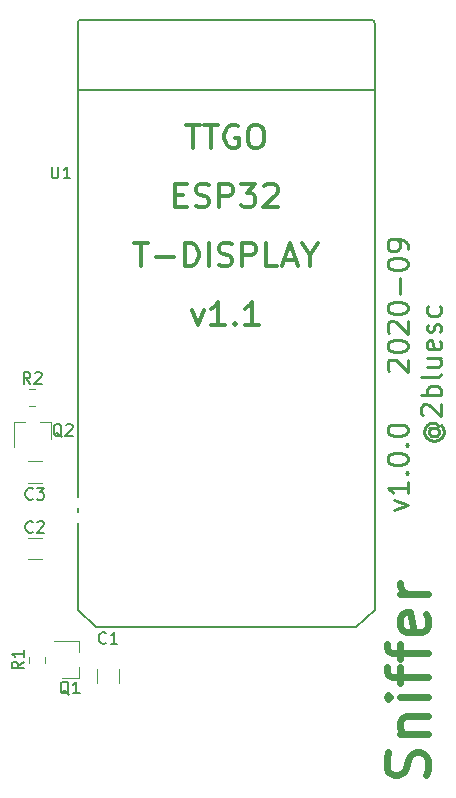
<source format=gbr>
%TF.GenerationSoftware,KiCad,Pcbnew,5.1.6*%
%TF.CreationDate,2020-09-04T21:44:15-07:00*%
%TF.ProjectId,sniffer,736e6966-6665-4722-9e6b-696361645f70,rev?*%
%TF.SameCoordinates,Original*%
%TF.FileFunction,Legend,Top*%
%TF.FilePolarity,Positive*%
%FSLAX46Y46*%
G04 Gerber Fmt 4.6, Leading zero omitted, Abs format (unit mm)*
G04 Created by KiCad (PCBNEW 5.1.6) date 2020-09-04 21:44:15*
%MOMM*%
%LPD*%
G01*
G04 APERTURE LIST*
%ADD10C,0.250000*%
%ADD11C,0.600000*%
%ADD12C,0.150000*%
%ADD13C,0.120000*%
%ADD14C,0.300000*%
%ADD15C,2.300000*%
%ADD16O,1.800000X1.800000*%
%ADD17R,1.800000X1.800000*%
%ADD18O,1.100000X1.100000*%
%ADD19R,1.100000X1.100000*%
%ADD20C,1.800000*%
%ADD21R,1.000000X0.900000*%
%ADD22R,0.900000X1.000000*%
G04 APERTURE END LIST*
D10*
X134235714Y-71495238D02*
X135369047Y-71090476D01*
X134235714Y-70685714D01*
X135369047Y-69147619D02*
X135369047Y-70119047D01*
X135369047Y-69633333D02*
X133669047Y-69633333D01*
X133911904Y-69795238D01*
X134073809Y-69957142D01*
X134154761Y-70119047D01*
X135207142Y-68419047D02*
X135288095Y-68338095D01*
X135369047Y-68419047D01*
X135288095Y-68500000D01*
X135207142Y-68419047D01*
X135369047Y-68419047D01*
X133669047Y-67285714D02*
X133669047Y-67123809D01*
X133750000Y-66961904D01*
X133830952Y-66880952D01*
X133992857Y-66800000D01*
X134316666Y-66719047D01*
X134721428Y-66719047D01*
X135045238Y-66800000D01*
X135207142Y-66880952D01*
X135288095Y-66961904D01*
X135369047Y-67123809D01*
X135369047Y-67285714D01*
X135288095Y-67447619D01*
X135207142Y-67528571D01*
X135045238Y-67609523D01*
X134721428Y-67690476D01*
X134316666Y-67690476D01*
X133992857Y-67609523D01*
X133830952Y-67528571D01*
X133750000Y-67447619D01*
X133669047Y-67285714D01*
X135207142Y-65990476D02*
X135288095Y-65909523D01*
X135369047Y-65990476D01*
X135288095Y-66071428D01*
X135207142Y-65990476D01*
X135369047Y-65990476D01*
X133669047Y-64857142D02*
X133669047Y-64695238D01*
X133750000Y-64533333D01*
X133830952Y-64452380D01*
X133992857Y-64371428D01*
X134316666Y-64290476D01*
X134721428Y-64290476D01*
X135045238Y-64371428D01*
X135207142Y-64452380D01*
X135288095Y-64533333D01*
X135369047Y-64695238D01*
X135369047Y-64857142D01*
X135288095Y-65019047D01*
X135207142Y-65100000D01*
X135045238Y-65180952D01*
X134721428Y-65261904D01*
X134316666Y-65261904D01*
X133992857Y-65180952D01*
X133830952Y-65100000D01*
X133750000Y-65019047D01*
X133669047Y-64857142D01*
X133830952Y-59757142D02*
X133750000Y-59676190D01*
X133669047Y-59514285D01*
X133669047Y-59109523D01*
X133750000Y-58947619D01*
X133830952Y-58866666D01*
X133992857Y-58785714D01*
X134154761Y-58785714D01*
X134397619Y-58866666D01*
X135369047Y-59838095D01*
X135369047Y-58785714D01*
X133669047Y-57733333D02*
X133669047Y-57571428D01*
X133750000Y-57409523D01*
X133830952Y-57328571D01*
X133992857Y-57247619D01*
X134316666Y-57166666D01*
X134721428Y-57166666D01*
X135045238Y-57247619D01*
X135207142Y-57328571D01*
X135288095Y-57409523D01*
X135369047Y-57571428D01*
X135369047Y-57733333D01*
X135288095Y-57895238D01*
X135207142Y-57976190D01*
X135045238Y-58057142D01*
X134721428Y-58138095D01*
X134316666Y-58138095D01*
X133992857Y-58057142D01*
X133830952Y-57976190D01*
X133750000Y-57895238D01*
X133669047Y-57733333D01*
X133830952Y-56519047D02*
X133750000Y-56438095D01*
X133669047Y-56276190D01*
X133669047Y-55871428D01*
X133750000Y-55709523D01*
X133830952Y-55628571D01*
X133992857Y-55547619D01*
X134154761Y-55547619D01*
X134397619Y-55628571D01*
X135369047Y-56600000D01*
X135369047Y-55547619D01*
X133669047Y-54495238D02*
X133669047Y-54333333D01*
X133750000Y-54171428D01*
X133830952Y-54090476D01*
X133992857Y-54009523D01*
X134316666Y-53928571D01*
X134721428Y-53928571D01*
X135045238Y-54009523D01*
X135207142Y-54090476D01*
X135288095Y-54171428D01*
X135369047Y-54333333D01*
X135369047Y-54495238D01*
X135288095Y-54657142D01*
X135207142Y-54738095D01*
X135045238Y-54819047D01*
X134721428Y-54900000D01*
X134316666Y-54900000D01*
X133992857Y-54819047D01*
X133830952Y-54738095D01*
X133750000Y-54657142D01*
X133669047Y-54495238D01*
X134721428Y-53200000D02*
X134721428Y-51904761D01*
X133669047Y-50771428D02*
X133669047Y-50609523D01*
X133750000Y-50447619D01*
X133830952Y-50366666D01*
X133992857Y-50285714D01*
X134316666Y-50204761D01*
X134721428Y-50204761D01*
X135045238Y-50285714D01*
X135207142Y-50366666D01*
X135288095Y-50447619D01*
X135369047Y-50609523D01*
X135369047Y-50771428D01*
X135288095Y-50933333D01*
X135207142Y-51014285D01*
X135045238Y-51095238D01*
X134721428Y-51176190D01*
X134316666Y-51176190D01*
X133992857Y-51095238D01*
X133830952Y-51014285D01*
X133750000Y-50933333D01*
X133669047Y-50771428D01*
X135369047Y-49395238D02*
X135369047Y-49071428D01*
X135288095Y-48909523D01*
X135207142Y-48828571D01*
X134964285Y-48666666D01*
X134640476Y-48585714D01*
X133992857Y-48585714D01*
X133830952Y-48666666D01*
X133750000Y-48747619D01*
X133669047Y-48909523D01*
X133669047Y-49233333D01*
X133750000Y-49395238D01*
X133830952Y-49476190D01*
X133992857Y-49557142D01*
X134397619Y-49557142D01*
X134559523Y-49476190D01*
X134640476Y-49395238D01*
X134721428Y-49233333D01*
X134721428Y-48909523D01*
X134640476Y-48747619D01*
X134559523Y-48666666D01*
X134397619Y-48585714D01*
X137359523Y-64573809D02*
X137278571Y-64654761D01*
X137197619Y-64816666D01*
X137197619Y-64978571D01*
X137278571Y-65140476D01*
X137359523Y-65221428D01*
X137521428Y-65302380D01*
X137683333Y-65302380D01*
X137845238Y-65221428D01*
X137926190Y-65140476D01*
X138007142Y-64978571D01*
X138007142Y-64816666D01*
X137926190Y-64654761D01*
X137845238Y-64573809D01*
X137197619Y-64573809D02*
X137845238Y-64573809D01*
X137926190Y-64492857D01*
X137926190Y-64411904D01*
X137845238Y-64250000D01*
X137683333Y-64169047D01*
X137278571Y-64169047D01*
X137035714Y-64330952D01*
X136873809Y-64573809D01*
X136792857Y-64897619D01*
X136873809Y-65221428D01*
X137035714Y-65464285D01*
X137278571Y-65626190D01*
X137602380Y-65707142D01*
X137926190Y-65626190D01*
X138169047Y-65464285D01*
X138330952Y-65221428D01*
X138411904Y-64897619D01*
X138330952Y-64573809D01*
X138169047Y-64330952D01*
X136630952Y-63521428D02*
X136550000Y-63440476D01*
X136469047Y-63278571D01*
X136469047Y-62873809D01*
X136550000Y-62711904D01*
X136630952Y-62630952D01*
X136792857Y-62550000D01*
X136954761Y-62550000D01*
X137197619Y-62630952D01*
X138169047Y-63602380D01*
X138169047Y-62550000D01*
X138169047Y-61821428D02*
X136469047Y-61821428D01*
X137116666Y-61821428D02*
X137035714Y-61659523D01*
X137035714Y-61335714D01*
X137116666Y-61173809D01*
X137197619Y-61092857D01*
X137359523Y-61011904D01*
X137845238Y-61011904D01*
X138007142Y-61092857D01*
X138088095Y-61173809D01*
X138169047Y-61335714D01*
X138169047Y-61659523D01*
X138088095Y-61821428D01*
X138169047Y-60040476D02*
X138088095Y-60202380D01*
X137926190Y-60283333D01*
X136469047Y-60283333D01*
X137035714Y-58664285D02*
X138169047Y-58664285D01*
X137035714Y-59392857D02*
X137926190Y-59392857D01*
X138088095Y-59311904D01*
X138169047Y-59150000D01*
X138169047Y-58907142D01*
X138088095Y-58745238D01*
X138007142Y-58664285D01*
X138088095Y-57207142D02*
X138169047Y-57369047D01*
X138169047Y-57692857D01*
X138088095Y-57854761D01*
X137926190Y-57935714D01*
X137278571Y-57935714D01*
X137116666Y-57854761D01*
X137035714Y-57692857D01*
X137035714Y-57369047D01*
X137116666Y-57207142D01*
X137278571Y-57126190D01*
X137440476Y-57126190D01*
X137602380Y-57935714D01*
X138088095Y-56478571D02*
X138169047Y-56316666D01*
X138169047Y-55992857D01*
X138088095Y-55830952D01*
X137926190Y-55750000D01*
X137845238Y-55750000D01*
X137683333Y-55830952D01*
X137602380Y-55992857D01*
X137602380Y-56235714D01*
X137521428Y-56397619D01*
X137359523Y-56478571D01*
X137278571Y-56478571D01*
X137116666Y-56397619D01*
X137035714Y-56235714D01*
X137035714Y-55992857D01*
X137116666Y-55830952D01*
X138088095Y-54292857D02*
X138169047Y-54454761D01*
X138169047Y-54778571D01*
X138088095Y-54940476D01*
X138007142Y-55021428D01*
X137845238Y-55102380D01*
X137359523Y-55102380D01*
X137197619Y-55021428D01*
X137116666Y-54940476D01*
X137035714Y-54778571D01*
X137035714Y-54454761D01*
X137116666Y-54292857D01*
D11*
X136916666Y-93999999D02*
X137083333Y-93499999D01*
X137083333Y-92666666D01*
X136916666Y-92333333D01*
X136750000Y-92166666D01*
X136416666Y-91999999D01*
X136083333Y-91999999D01*
X135750000Y-92166666D01*
X135583333Y-92333333D01*
X135416666Y-92666666D01*
X135250000Y-93333333D01*
X135083333Y-93666666D01*
X134916666Y-93833333D01*
X134583333Y-93999999D01*
X134250000Y-93999999D01*
X133916666Y-93833333D01*
X133750000Y-93666666D01*
X133583333Y-93333333D01*
X133583333Y-92499999D01*
X133750000Y-91999999D01*
X134750000Y-90499999D02*
X137083333Y-90499999D01*
X135083333Y-90499999D02*
X134916666Y-90333333D01*
X134750000Y-89999999D01*
X134750000Y-89499999D01*
X134916666Y-89166666D01*
X135250000Y-88999999D01*
X137083333Y-88999999D01*
X137083333Y-87333333D02*
X134750000Y-87333333D01*
X133583333Y-87333333D02*
X133750000Y-87499999D01*
X133916666Y-87333333D01*
X133750000Y-87166666D01*
X133583333Y-87333333D01*
X133916666Y-87333333D01*
X134750000Y-86166666D02*
X134750000Y-84833333D01*
X137083333Y-85666666D02*
X134083333Y-85666666D01*
X133750000Y-85500000D01*
X133583333Y-85166666D01*
X133583333Y-84833333D01*
X134750000Y-84166666D02*
X134750000Y-82833333D01*
X137083333Y-83666666D02*
X134083333Y-83666666D01*
X133750000Y-83500000D01*
X133583333Y-83166666D01*
X133583333Y-82833333D01*
X136916666Y-80333333D02*
X137083333Y-80666666D01*
X137083333Y-81333333D01*
X136916666Y-81666666D01*
X136583333Y-81833333D01*
X135250000Y-81833333D01*
X134916666Y-81666666D01*
X134750000Y-81333333D01*
X134750000Y-80666666D01*
X134916666Y-80333333D01*
X135250000Y-80166666D01*
X135583333Y-80166666D01*
X135916666Y-81833333D01*
X137083333Y-78666666D02*
X134750000Y-78666666D01*
X135416666Y-78666666D02*
X135083333Y-78500000D01*
X134916666Y-78333333D01*
X134750000Y-78000000D01*
X134750000Y-77666666D01*
D12*
%TO.C,U1*%
X131000000Y-81394000D02*
X132575000Y-80000000D01*
X107425000Y-80000000D02*
X109000000Y-81394000D01*
X107425000Y-36000000D02*
X132575000Y-36000000D01*
X107725000Y-30000000D02*
X132275000Y-30000000D01*
X132575000Y-80000000D02*
X132575000Y-30300000D01*
X107425000Y-80000000D02*
X107425000Y-30300000D01*
X109000000Y-81394000D02*
X131000000Y-81394000D01*
X132275000Y-30000000D02*
G75*
G02*
X132575000Y-30300000I0J-300000D01*
G01*
X107425000Y-30300000D02*
G75*
G02*
X107725000Y-30000000I300000J0D01*
G01*
D13*
%TO.C,C1*%
X109090000Y-84997936D02*
X109090000Y-86202064D01*
X110910000Y-84997936D02*
X110910000Y-86202064D01*
%TO.C,C2*%
X103197936Y-75710000D02*
X104402064Y-75710000D01*
X103197936Y-73890000D02*
X104402064Y-73890000D01*
%TO.C,C3*%
X103197936Y-69210000D02*
X104402064Y-69210000D01*
X103197936Y-67390000D02*
X104402064Y-67390000D01*
%TO.C,Q1*%
X107560000Y-85780000D02*
X106100000Y-85780000D01*
X107560000Y-82620000D02*
X105400000Y-82620000D01*
X107560000Y-82620000D02*
X107560000Y-83550000D01*
X107560000Y-85780000D02*
X107560000Y-84850000D01*
%TO.C,Q2*%
X105180000Y-64040000D02*
X105180000Y-65500000D01*
X102020000Y-64040000D02*
X102020000Y-66200000D01*
X102020000Y-64040000D02*
X102950000Y-64040000D01*
X105180000Y-64040000D02*
X104250000Y-64040000D01*
%TO.C,R1*%
X103290000Y-83938748D02*
X103290000Y-84461252D01*
X104710000Y-83938748D02*
X104710000Y-84461252D01*
%TO.C,R2*%
X103338748Y-62710000D02*
X103861252Y-62710000D01*
X103338748Y-61290000D02*
X103861252Y-61290000D01*
%TO.C,U1*%
D12*
X105238095Y-42452380D02*
X105238095Y-43261904D01*
X105285714Y-43357142D01*
X105333333Y-43404761D01*
X105428571Y-43452380D01*
X105619047Y-43452380D01*
X105714285Y-43404761D01*
X105761904Y-43357142D01*
X105809523Y-43261904D01*
X105809523Y-42452380D01*
X106809523Y-43452380D02*
X106238095Y-43452380D01*
X106523809Y-43452380D02*
X106523809Y-42452380D01*
X106428571Y-42595238D01*
X106333333Y-42690476D01*
X106238095Y-42738095D01*
D14*
X116619047Y-38904761D02*
X117761904Y-38904761D01*
X117190476Y-40904761D02*
X117190476Y-38904761D01*
X118142857Y-38904761D02*
X119285714Y-38904761D01*
X118714285Y-40904761D02*
X118714285Y-38904761D01*
X121000000Y-39000000D02*
X120809523Y-38904761D01*
X120523809Y-38904761D01*
X120238095Y-39000000D01*
X120047619Y-39190476D01*
X119952380Y-39380952D01*
X119857142Y-39761904D01*
X119857142Y-40047619D01*
X119952380Y-40428571D01*
X120047619Y-40619047D01*
X120238095Y-40809523D01*
X120523809Y-40904761D01*
X120714285Y-40904761D01*
X121000000Y-40809523D01*
X121095238Y-40714285D01*
X121095238Y-40047619D01*
X120714285Y-40047619D01*
X122333333Y-38904761D02*
X122714285Y-38904761D01*
X122904761Y-39000000D01*
X123095238Y-39190476D01*
X123190476Y-39571428D01*
X123190476Y-40238095D01*
X123095238Y-40619047D01*
X122904761Y-40809523D01*
X122714285Y-40904761D01*
X122333333Y-40904761D01*
X122142857Y-40809523D01*
X121952380Y-40619047D01*
X121857142Y-40238095D01*
X121857142Y-39571428D01*
X121952380Y-39190476D01*
X122142857Y-39000000D01*
X122333333Y-38904761D01*
X112238095Y-48904761D02*
X113380952Y-48904761D01*
X112809523Y-50904761D02*
X112809523Y-48904761D01*
X114047619Y-50142857D02*
X115571428Y-50142857D01*
X116523809Y-50904761D02*
X116523809Y-48904761D01*
X117000000Y-48904761D01*
X117285714Y-49000000D01*
X117476190Y-49190476D01*
X117571428Y-49380952D01*
X117666666Y-49761904D01*
X117666666Y-50047619D01*
X117571428Y-50428571D01*
X117476190Y-50619047D01*
X117285714Y-50809523D01*
X117000000Y-50904761D01*
X116523809Y-50904761D01*
X118523809Y-50904761D02*
X118523809Y-48904761D01*
X119380952Y-50809523D02*
X119666666Y-50904761D01*
X120142857Y-50904761D01*
X120333333Y-50809523D01*
X120428571Y-50714285D01*
X120523809Y-50523809D01*
X120523809Y-50333333D01*
X120428571Y-50142857D01*
X120333333Y-50047619D01*
X120142857Y-49952380D01*
X119761904Y-49857142D01*
X119571428Y-49761904D01*
X119476190Y-49666666D01*
X119380952Y-49476190D01*
X119380952Y-49285714D01*
X119476190Y-49095238D01*
X119571428Y-49000000D01*
X119761904Y-48904761D01*
X120238095Y-48904761D01*
X120523809Y-49000000D01*
X121380952Y-50904761D02*
X121380952Y-48904761D01*
X122142857Y-48904761D01*
X122333333Y-49000000D01*
X122428571Y-49095238D01*
X122523809Y-49285714D01*
X122523809Y-49571428D01*
X122428571Y-49761904D01*
X122333333Y-49857142D01*
X122142857Y-49952380D01*
X121380952Y-49952380D01*
X124333333Y-50904761D02*
X123380952Y-50904761D01*
X123380952Y-48904761D01*
X124904761Y-50333333D02*
X125857142Y-50333333D01*
X124714285Y-50904761D02*
X125380952Y-48904761D01*
X126047619Y-50904761D01*
X127095238Y-49952380D02*
X127095238Y-50904761D01*
X126428571Y-48904761D02*
X127095238Y-49952380D01*
X127761904Y-48904761D01*
X115714285Y-44857142D02*
X116380952Y-44857142D01*
X116666666Y-45904761D02*
X115714285Y-45904761D01*
X115714285Y-43904761D01*
X116666666Y-43904761D01*
X117428571Y-45809523D02*
X117714285Y-45904761D01*
X118190476Y-45904761D01*
X118380952Y-45809523D01*
X118476190Y-45714285D01*
X118571428Y-45523809D01*
X118571428Y-45333333D01*
X118476190Y-45142857D01*
X118380952Y-45047619D01*
X118190476Y-44952380D01*
X117809523Y-44857142D01*
X117619047Y-44761904D01*
X117523809Y-44666666D01*
X117428571Y-44476190D01*
X117428571Y-44285714D01*
X117523809Y-44095238D01*
X117619047Y-44000000D01*
X117809523Y-43904761D01*
X118285714Y-43904761D01*
X118571428Y-44000000D01*
X119428571Y-45904761D02*
X119428571Y-43904761D01*
X120190476Y-43904761D01*
X120380952Y-44000000D01*
X120476190Y-44095238D01*
X120571428Y-44285714D01*
X120571428Y-44571428D01*
X120476190Y-44761904D01*
X120380952Y-44857142D01*
X120190476Y-44952380D01*
X119428571Y-44952380D01*
X121238095Y-43904761D02*
X122476190Y-43904761D01*
X121809523Y-44666666D01*
X122095238Y-44666666D01*
X122285714Y-44761904D01*
X122380952Y-44857142D01*
X122476190Y-45047619D01*
X122476190Y-45523809D01*
X122380952Y-45714285D01*
X122285714Y-45809523D01*
X122095238Y-45904761D01*
X121523809Y-45904761D01*
X121333333Y-45809523D01*
X121238095Y-45714285D01*
X123238095Y-44095238D02*
X123333333Y-44000000D01*
X123523809Y-43904761D01*
X124000000Y-43904761D01*
X124190476Y-44000000D01*
X124285714Y-44095238D01*
X124380952Y-44285714D01*
X124380952Y-44476190D01*
X124285714Y-44761904D01*
X123142857Y-45904761D01*
X124380952Y-45904761D01*
X117142857Y-54571428D02*
X117619047Y-55904761D01*
X118095238Y-54571428D01*
X119904761Y-55904761D02*
X118761904Y-55904761D01*
X119333333Y-55904761D02*
X119333333Y-53904761D01*
X119142857Y-54190476D01*
X118952380Y-54380952D01*
X118761904Y-54476190D01*
X120761904Y-55714285D02*
X120857142Y-55809523D01*
X120761904Y-55904761D01*
X120666666Y-55809523D01*
X120761904Y-55714285D01*
X120761904Y-55904761D01*
X122761904Y-55904761D02*
X121619047Y-55904761D01*
X122190476Y-55904761D02*
X122190476Y-53904761D01*
X122000000Y-54190476D01*
X121809523Y-54380952D01*
X121619047Y-54476190D01*
%TO.C,C1*%
D12*
X109833333Y-82757142D02*
X109785714Y-82804761D01*
X109642857Y-82852380D01*
X109547619Y-82852380D01*
X109404761Y-82804761D01*
X109309523Y-82709523D01*
X109261904Y-82614285D01*
X109214285Y-82423809D01*
X109214285Y-82280952D01*
X109261904Y-82090476D01*
X109309523Y-81995238D01*
X109404761Y-81900000D01*
X109547619Y-81852380D01*
X109642857Y-81852380D01*
X109785714Y-81900000D01*
X109833333Y-81947619D01*
X110785714Y-82852380D02*
X110214285Y-82852380D01*
X110500000Y-82852380D02*
X110500000Y-81852380D01*
X110404761Y-81995238D01*
X110309523Y-82090476D01*
X110214285Y-82138095D01*
%TO.C,C2*%
X103633333Y-73357142D02*
X103585714Y-73404761D01*
X103442857Y-73452380D01*
X103347619Y-73452380D01*
X103204761Y-73404761D01*
X103109523Y-73309523D01*
X103061904Y-73214285D01*
X103014285Y-73023809D01*
X103014285Y-72880952D01*
X103061904Y-72690476D01*
X103109523Y-72595238D01*
X103204761Y-72500000D01*
X103347619Y-72452380D01*
X103442857Y-72452380D01*
X103585714Y-72500000D01*
X103633333Y-72547619D01*
X104014285Y-72547619D02*
X104061904Y-72500000D01*
X104157142Y-72452380D01*
X104395238Y-72452380D01*
X104490476Y-72500000D01*
X104538095Y-72547619D01*
X104585714Y-72642857D01*
X104585714Y-72738095D01*
X104538095Y-72880952D01*
X103966666Y-73452380D01*
X104585714Y-73452380D01*
%TO.C,C3*%
X103633333Y-70557142D02*
X103585714Y-70604761D01*
X103442857Y-70652380D01*
X103347619Y-70652380D01*
X103204761Y-70604761D01*
X103109523Y-70509523D01*
X103061904Y-70414285D01*
X103014285Y-70223809D01*
X103014285Y-70080952D01*
X103061904Y-69890476D01*
X103109523Y-69795238D01*
X103204761Y-69700000D01*
X103347619Y-69652380D01*
X103442857Y-69652380D01*
X103585714Y-69700000D01*
X103633333Y-69747619D01*
X103966666Y-69652380D02*
X104585714Y-69652380D01*
X104252380Y-70033333D01*
X104395238Y-70033333D01*
X104490476Y-70080952D01*
X104538095Y-70128571D01*
X104585714Y-70223809D01*
X104585714Y-70461904D01*
X104538095Y-70557142D01*
X104490476Y-70604761D01*
X104395238Y-70652380D01*
X104109523Y-70652380D01*
X104014285Y-70604761D01*
X103966666Y-70557142D01*
%TO.C,Q1*%
X106704761Y-87147619D02*
X106609523Y-87100000D01*
X106514285Y-87004761D01*
X106371428Y-86861904D01*
X106276190Y-86814285D01*
X106180952Y-86814285D01*
X106228571Y-87052380D02*
X106133333Y-87004761D01*
X106038095Y-86909523D01*
X105990476Y-86719047D01*
X105990476Y-86385714D01*
X106038095Y-86195238D01*
X106133333Y-86100000D01*
X106228571Y-86052380D01*
X106419047Y-86052380D01*
X106514285Y-86100000D01*
X106609523Y-86195238D01*
X106657142Y-86385714D01*
X106657142Y-86719047D01*
X106609523Y-86909523D01*
X106514285Y-87004761D01*
X106419047Y-87052380D01*
X106228571Y-87052380D01*
X107609523Y-87052380D02*
X107038095Y-87052380D01*
X107323809Y-87052380D02*
X107323809Y-86052380D01*
X107228571Y-86195238D01*
X107133333Y-86290476D01*
X107038095Y-86338095D01*
%TO.C,Q2*%
X106104761Y-65347619D02*
X106009523Y-65300000D01*
X105914285Y-65204761D01*
X105771428Y-65061904D01*
X105676190Y-65014285D01*
X105580952Y-65014285D01*
X105628571Y-65252380D02*
X105533333Y-65204761D01*
X105438095Y-65109523D01*
X105390476Y-64919047D01*
X105390476Y-64585714D01*
X105438095Y-64395238D01*
X105533333Y-64300000D01*
X105628571Y-64252380D01*
X105819047Y-64252380D01*
X105914285Y-64300000D01*
X106009523Y-64395238D01*
X106057142Y-64585714D01*
X106057142Y-64919047D01*
X106009523Y-65109523D01*
X105914285Y-65204761D01*
X105819047Y-65252380D01*
X105628571Y-65252380D01*
X106438095Y-64347619D02*
X106485714Y-64300000D01*
X106580952Y-64252380D01*
X106819047Y-64252380D01*
X106914285Y-64300000D01*
X106961904Y-64347619D01*
X107009523Y-64442857D01*
X107009523Y-64538095D01*
X106961904Y-64680952D01*
X106390476Y-65252380D01*
X107009523Y-65252380D01*
%TO.C,R1*%
X102852380Y-84366666D02*
X102376190Y-84700000D01*
X102852380Y-84938095D02*
X101852380Y-84938095D01*
X101852380Y-84557142D01*
X101900000Y-84461904D01*
X101947619Y-84414285D01*
X102042857Y-84366666D01*
X102185714Y-84366666D01*
X102280952Y-84414285D01*
X102328571Y-84461904D01*
X102376190Y-84557142D01*
X102376190Y-84938095D01*
X102852380Y-83414285D02*
X102852380Y-83985714D01*
X102852380Y-83700000D02*
X101852380Y-83700000D01*
X101995238Y-83795238D01*
X102090476Y-83890476D01*
X102138095Y-83985714D01*
%TO.C,R2*%
X103433333Y-60852380D02*
X103100000Y-60376190D01*
X102861904Y-60852380D02*
X102861904Y-59852380D01*
X103242857Y-59852380D01*
X103338095Y-59900000D01*
X103385714Y-59947619D01*
X103433333Y-60042857D01*
X103433333Y-60185714D01*
X103385714Y-60280952D01*
X103338095Y-60328571D01*
X103242857Y-60376190D01*
X102861904Y-60376190D01*
X103814285Y-59947619D02*
X103861904Y-59900000D01*
X103957142Y-59852380D01*
X104195238Y-59852380D01*
X104290476Y-59900000D01*
X104338095Y-59947619D01*
X104385714Y-60042857D01*
X104385714Y-60138095D01*
X104338095Y-60280952D01*
X103766666Y-60852380D01*
X104385714Y-60852380D01*
%TD*%
%LPC*%
D15*
%TO.C,J1*%
X125500000Y-94000000D03*
X114500000Y-94000000D03*
D16*
X126350000Y-84000000D03*
X123810000Y-84000000D03*
X121270000Y-84000000D03*
X118730000Y-84000000D03*
X116190000Y-84000000D03*
D17*
X113650000Y-84000000D03*
%TD*%
D18*
%TO.C,J2*%
X107230000Y-70900000D03*
X105960000Y-70900000D03*
X109770000Y-70900000D03*
X111040000Y-72170000D03*
X111040000Y-70900000D03*
X107230000Y-72170000D03*
X108500000Y-70900000D03*
X109770000Y-72170000D03*
D19*
X105960000Y-72170000D03*
D18*
X108500000Y-72170000D03*
D15*
X103500000Y-45000000D03*
X136500000Y-75000000D03*
%TD*%
%TO.C,H4*%
X135200000Y-97700000D03*
%TD*%
%TO.C,H3*%
X135200000Y-39800000D03*
%TD*%
%TO.C,H2*%
X104800000Y-97700000D03*
%TD*%
%TO.C,H1*%
X104800000Y-39800000D03*
%TD*%
D20*
%TO.C,U1*%
X108570000Y-65240000D03*
X108570000Y-62700000D03*
X108570000Y-60160000D03*
X108570000Y-57620000D03*
X108570000Y-55080000D03*
X108570000Y-52540000D03*
X108570000Y-50000000D03*
X108570000Y-47460000D03*
X108570000Y-44920000D03*
X108570000Y-42380000D03*
X108570000Y-39840000D03*
X108570000Y-37300000D03*
X131430000Y-65240000D03*
X131430000Y-62700000D03*
X131430000Y-60160000D03*
X131430000Y-57620000D03*
X131430000Y-55080000D03*
X131430000Y-52540000D03*
X131430000Y-50000000D03*
X131430000Y-47460000D03*
X131430000Y-44920000D03*
X131430000Y-42380000D03*
X131430000Y-39840000D03*
X131430000Y-37300000D03*
%TD*%
%TO.C,C1*%
G36*
G01*
X109342544Y-86325000D02*
X110657456Y-86325000D01*
G75*
G02*
X110925000Y-86592544I0J-267544D01*
G01*
X110925000Y-87582456D01*
G75*
G02*
X110657456Y-87850000I-267544J0D01*
G01*
X109342544Y-87850000D01*
G75*
G02*
X109075000Y-87582456I0J267544D01*
G01*
X109075000Y-86592544D01*
G75*
G02*
X109342544Y-86325000I267544J0D01*
G01*
G37*
G36*
G01*
X109342544Y-83350000D02*
X110657456Y-83350000D01*
G75*
G02*
X110925000Y-83617544I0J-267544D01*
G01*
X110925000Y-84607456D01*
G75*
G02*
X110657456Y-84875000I-267544J0D01*
G01*
X109342544Y-84875000D01*
G75*
G02*
X109075000Y-84607456I0J267544D01*
G01*
X109075000Y-83617544D01*
G75*
G02*
X109342544Y-83350000I267544J0D01*
G01*
G37*
%TD*%
%TO.C,C2*%
G36*
G01*
X104525000Y-75457456D02*
X104525000Y-74142544D01*
G75*
G02*
X104792544Y-73875000I267544J0D01*
G01*
X105782456Y-73875000D01*
G75*
G02*
X106050000Y-74142544I0J-267544D01*
G01*
X106050000Y-75457456D01*
G75*
G02*
X105782456Y-75725000I-267544J0D01*
G01*
X104792544Y-75725000D01*
G75*
G02*
X104525000Y-75457456I0J267544D01*
G01*
G37*
G36*
G01*
X101550000Y-75457456D02*
X101550000Y-74142544D01*
G75*
G02*
X101817544Y-73875000I267544J0D01*
G01*
X102807456Y-73875000D01*
G75*
G02*
X103075000Y-74142544I0J-267544D01*
G01*
X103075000Y-75457456D01*
G75*
G02*
X102807456Y-75725000I-267544J0D01*
G01*
X101817544Y-75725000D01*
G75*
G02*
X101550000Y-75457456I0J267544D01*
G01*
G37*
%TD*%
%TO.C,C3*%
G36*
G01*
X104525000Y-68957456D02*
X104525000Y-67642544D01*
G75*
G02*
X104792544Y-67375000I267544J0D01*
G01*
X105782456Y-67375000D01*
G75*
G02*
X106050000Y-67642544I0J-267544D01*
G01*
X106050000Y-68957456D01*
G75*
G02*
X105782456Y-69225000I-267544J0D01*
G01*
X104792544Y-69225000D01*
G75*
G02*
X104525000Y-68957456I0J267544D01*
G01*
G37*
G36*
G01*
X101550000Y-68957456D02*
X101550000Y-67642544D01*
G75*
G02*
X101817544Y-67375000I267544J0D01*
G01*
X102807456Y-67375000D01*
G75*
G02*
X103075000Y-67642544I0J-267544D01*
G01*
X103075000Y-68957456D01*
G75*
G02*
X102807456Y-69225000I-267544J0D01*
G01*
X101817544Y-69225000D01*
G75*
G02*
X101550000Y-68957456I0J267544D01*
G01*
G37*
%TD*%
D21*
%TO.C,Q1*%
X107800000Y-84200000D03*
X105800000Y-85150000D03*
X105800000Y-83250000D03*
%TD*%
D22*
%TO.C,Q2*%
X103600000Y-63800000D03*
X104550000Y-65800000D03*
X102650000Y-65800000D03*
%TD*%
%TO.C,R1*%
G36*
G01*
X103521738Y-84600000D02*
X104478262Y-84600000D01*
G75*
G02*
X104750000Y-84871738I0J-271738D01*
G01*
X104750000Y-85578262D01*
G75*
G02*
X104478262Y-85850000I-271738J0D01*
G01*
X103521738Y-85850000D01*
G75*
G02*
X103250000Y-85578262I0J271738D01*
G01*
X103250000Y-84871738D01*
G75*
G02*
X103521738Y-84600000I271738J0D01*
G01*
G37*
G36*
G01*
X103521738Y-82550000D02*
X104478262Y-82550000D01*
G75*
G02*
X104750000Y-82821738I0J-271738D01*
G01*
X104750000Y-83528262D01*
G75*
G02*
X104478262Y-83800000I-271738J0D01*
G01*
X103521738Y-83800000D01*
G75*
G02*
X103250000Y-83528262I0J271738D01*
G01*
X103250000Y-82821738D01*
G75*
G02*
X103521738Y-82550000I271738J0D01*
G01*
G37*
%TD*%
%TO.C,R2*%
G36*
G01*
X104000000Y-62478262D02*
X104000000Y-61521738D01*
G75*
G02*
X104271738Y-61250000I271738J0D01*
G01*
X104978262Y-61250000D01*
G75*
G02*
X105250000Y-61521738I0J-271738D01*
G01*
X105250000Y-62478262D01*
G75*
G02*
X104978262Y-62750000I-271738J0D01*
G01*
X104271738Y-62750000D01*
G75*
G02*
X104000000Y-62478262I0J271738D01*
G01*
G37*
G36*
G01*
X101950000Y-62478262D02*
X101950000Y-61521738D01*
G75*
G02*
X102221738Y-61250000I271738J0D01*
G01*
X102928262Y-61250000D01*
G75*
G02*
X103200000Y-61521738I0J-271738D01*
G01*
X103200000Y-62478262D01*
G75*
G02*
X102928262Y-62750000I-271738J0D01*
G01*
X102221738Y-62750000D01*
G75*
G02*
X101950000Y-62478262I0J271738D01*
G01*
G37*
%TD*%
M02*

</source>
